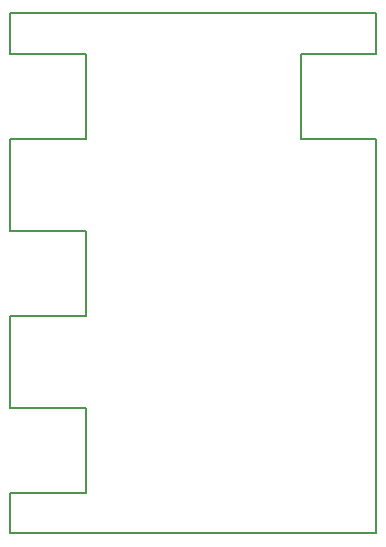
<source format=gm1>
G04 #@! TF.FileFunction,Profile,NP*
%FSLAX46Y46*%
G04 Gerber Fmt 4.6, Leading zero omitted, Abs format (unit mm)*
G04 Created by KiCad (PCBNEW 4.0.2-stable) date Tue May 10 00:23:55 2016*
%MOMM*%
G01*
G04 APERTURE LIST*
%ADD10C,0.100000*%
%ADD11C,0.150000*%
G04 APERTURE END LIST*
D10*
D11*
X163000000Y-112000000D02*
X132000000Y-112000000D01*
X163000000Y-111900000D02*
X163000000Y-112000000D01*
X163000000Y-78600000D02*
X163000000Y-111900000D01*
X156600000Y-78600000D02*
X163000000Y-78600000D01*
X156600000Y-71400000D02*
X156600000Y-78600000D01*
X163000000Y-71400000D02*
X156600000Y-71400000D01*
X163000000Y-68000000D02*
X163000000Y-71400000D01*
X132000000Y-68000000D02*
X163000000Y-68000000D01*
X132000000Y-71400000D02*
X132000000Y-68000000D01*
X138400000Y-71400000D02*
X132000000Y-71400000D01*
X138400000Y-78600000D02*
X138400000Y-71400000D01*
X132000000Y-78600000D02*
X138400000Y-78600000D01*
X132000000Y-86400000D02*
X132000000Y-78600000D01*
X132100000Y-86400000D02*
X132000000Y-86400000D01*
X138400000Y-86400000D02*
X132100000Y-86400000D01*
X138400000Y-93600000D02*
X138400000Y-86400000D01*
X132000000Y-93600000D02*
X138400000Y-93600000D01*
X132000000Y-95400000D02*
X132000000Y-93600000D01*
X132000000Y-101400000D02*
X132000000Y-95400000D01*
X132100000Y-101400000D02*
X132000000Y-101400000D01*
X138400000Y-101400000D02*
X132100000Y-101400000D01*
X138400000Y-108600000D02*
X138400000Y-101400000D01*
X132000000Y-108600000D02*
X138400000Y-108600000D01*
X132000000Y-112000000D02*
X132000000Y-108600000D01*
M02*

</source>
